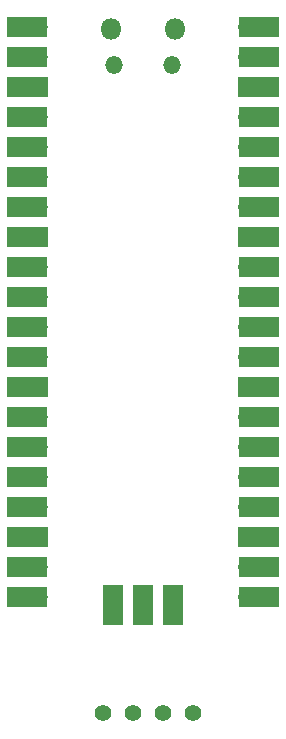
<source format=gbs>
G04 #@! TF.GenerationSoftware,KiCad,Pcbnew,8.0.1*
G04 #@! TF.CreationDate,2024-10-21T20:58:36+13:00*
G04 #@! TF.ProjectId,aurorawatchpcb,6175726f-7261-4776-9174-63687063622e,rev?*
G04 #@! TF.SameCoordinates,Original*
G04 #@! TF.FileFunction,Soldermask,Bot*
G04 #@! TF.FilePolarity,Negative*
%FSLAX46Y46*%
G04 Gerber Fmt 4.6, Leading zero omitted, Abs format (unit mm)*
G04 Created by KiCad (PCBNEW 8.0.1) date 2024-10-21 20:58:36*
%MOMM*%
%LPD*%
G01*
G04 APERTURE LIST*
%ADD10R,1.700000X3.500000*%
%ADD11O,1.700000X1.700000*%
%ADD12R,1.700000X1.700000*%
%ADD13R,3.500000X1.700000*%
%ADD14O,1.500000X1.500000*%
%ADD15O,1.800000X1.800000*%
%ADD16C,1.400000*%
G04 APERTURE END LIST*
D10*
X111353800Y-114070200D03*
D11*
X111353800Y-113170200D03*
D10*
X113893800Y-114070200D03*
D12*
X113893800Y-113170200D03*
D11*
X116433800Y-113170200D03*
D10*
X116433800Y-114070200D03*
D13*
X104103800Y-65140200D03*
D11*
X105003800Y-65140200D03*
X105003800Y-67680200D03*
D13*
X104103800Y-67680200D03*
D12*
X105003800Y-70220200D03*
D13*
X104103800Y-70220200D03*
D11*
X105003800Y-72760200D03*
D13*
X104103800Y-72760200D03*
X104103800Y-75300200D03*
D11*
X105003800Y-75300200D03*
X105003800Y-77840200D03*
D13*
X104103800Y-77840200D03*
D11*
X105003800Y-80380200D03*
D13*
X104103800Y-80380200D03*
D12*
X105003800Y-82920200D03*
D13*
X104103800Y-82920200D03*
X104103800Y-85460200D03*
D11*
X105003800Y-85460200D03*
D13*
X104103800Y-88000200D03*
D11*
X105003800Y-88000200D03*
X105003800Y-90540200D03*
D13*
X104103800Y-90540200D03*
X104103800Y-93080200D03*
D11*
X105003800Y-93080200D03*
D13*
X104103800Y-95620200D03*
D12*
X105003800Y-95620200D03*
D13*
X104103800Y-98160200D03*
D11*
X105003800Y-98160200D03*
X105003800Y-100700200D03*
D13*
X104103800Y-100700200D03*
D11*
X105003800Y-103240200D03*
D13*
X104103800Y-103240200D03*
X104103800Y-105780200D03*
D11*
X105003800Y-105780200D03*
D12*
X105003800Y-108320200D03*
D13*
X104103800Y-108320200D03*
D11*
X105003800Y-110860200D03*
D13*
X104103800Y-110860200D03*
D11*
X105003800Y-113400200D03*
D13*
X104103800Y-113400200D03*
D11*
X122783800Y-113400200D03*
D13*
X123683800Y-113400200D03*
X123683800Y-110860200D03*
D11*
X122783800Y-110860200D03*
D12*
X122783800Y-108320200D03*
D13*
X123683800Y-108320200D03*
D11*
X122783800Y-105780200D03*
D13*
X123683800Y-105780200D03*
D11*
X122783800Y-103240200D03*
D13*
X123683800Y-103240200D03*
X123683800Y-100700200D03*
D11*
X122783800Y-100700200D03*
X122783800Y-98160200D03*
D13*
X123683800Y-98160200D03*
X123683800Y-95620200D03*
D12*
X122783800Y-95620200D03*
D13*
X123683800Y-93080200D03*
D11*
X122783800Y-93080200D03*
X122783800Y-90540200D03*
D13*
X123683800Y-90540200D03*
X123683800Y-88000200D03*
D11*
X122783800Y-88000200D03*
X122783800Y-85460200D03*
D13*
X123683800Y-85460200D03*
X123683800Y-82920200D03*
D12*
X122783800Y-82920200D03*
D11*
X122783800Y-80380200D03*
D13*
X123683800Y-80380200D03*
X123683800Y-77840200D03*
D11*
X122783800Y-77840200D03*
D13*
X123683800Y-75300200D03*
D11*
X122783800Y-75300200D03*
D13*
X123683800Y-72760200D03*
D11*
X122783800Y-72760200D03*
D12*
X122783800Y-70220200D03*
D13*
X123683800Y-70220200D03*
X123683800Y-67680200D03*
D11*
X122783800Y-67680200D03*
D13*
X123683800Y-65140200D03*
D11*
X122783800Y-65140200D03*
D14*
X111468800Y-68300200D03*
X116318800Y-68300200D03*
D15*
X116618800Y-65270200D03*
X111168800Y-65270200D03*
D16*
X118110000Y-123190000D03*
X115570000Y-123190000D03*
X113030000Y-123190000D03*
X110490000Y-123190000D03*
M02*

</source>
